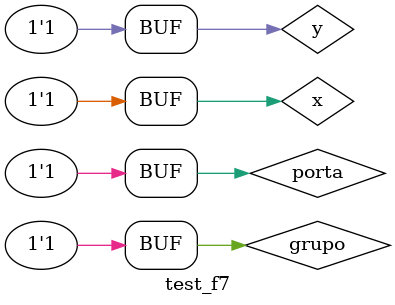
<source format=v>
module f7 ( output s, input a, input b, input p, input g );
  //assign s = (g==0)? ( (p==0)? (a&b) : (~(a&b)) ) : ( (p==0)? (a|b): ~(a|b));
  assign s = (g==0)? ((p==0)? (a^b):(~(a^b))) : (p==0)? (a|b): (~(a|b));
  //grupo 1 (XOR, XNOR) grupo 2(OR NOR);
  // descrever por portas
endmodule 
// f7// -------------------------
// ------------------------                              
/*  a b p g   s     
    0 0 0 0   0            
    0 1 0 1   0
    1 0 1 0   1
    1 1 1 1   0
*/
module test_f7;
// ------------------------- definir dados
reg x;
reg y;
reg porta;  //0 and ou 1 nand, 0 or ou 1 nor
reg grupo;  //0 and e nand ,  1 or e nor 
wire s;
f7 modulo (s, x, y, porta, grupo );
// ------------------------- parte principal
initial
begin : main
$display("Exemplo_0704 - Andrei Massaini - 704397");
$display("   x   	y    p    g    s");
//x = 1'b0; y = 1'b0; porta = 1'b0; grupo = 1'b0;
// projetar testes do modulo
#1 $monitor("%4b %4b %4b %4b %4b", x, y, porta, grupo, s);
#1 x=1'b0; y=1'b0; porta=1'b0; grupo=1'b0;
#1 x=1'b0; y=1'b1; porta=1'b1; grupo=1'b0;
#1 x=1'b1; y=1'b0; porta=1'b0; grupo=1'b1;
#1 x=1'b1; y=1'b1; porta=1'b1; grupo=1'b1;
end
endmodule // test_f7

</source>
